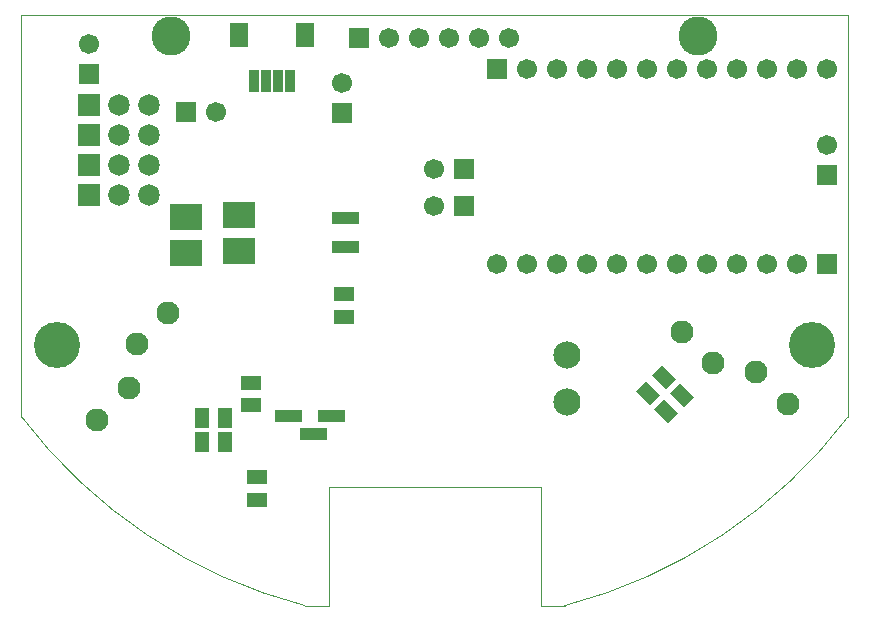
<source format=gbr>
G04 (created by PCBNEW (2013-07-07 BZR 4022)-stable) date 2/19/2015 5:20:46 AM*
%MOIN*%
G04 Gerber Fmt 3.4, Leading zero omitted, Abs format*
%FSLAX34Y34*%
G01*
G70*
G90*
G04 APERTURE LIST*
%ADD10C,0.00590551*%
%ADD11C,0.00393701*%
%ADD12R,0.0469685X0.0669685*%
%ADD13R,0.0669685X0.0469685*%
%ADD14R,0.0669685X0.0669685*%
%ADD15C,0.0669685*%
%ADD16R,0.0319685X0.0419685*%
%ADD17R,0.0719685X0.0719685*%
%ADD18C,0.0719685*%
%ADD19C,0.0906685*%
%ADD20R,0.0355685X0.0729685*%
%ADD21R,0.0591685X0.0827685*%
%ADD22R,0.110369X0.0887685*%
%ADD23C,0.153701*%
%ADD24C,0.130079*%
%ADD25C,0.0769291*%
G04 APERTURE END LIST*
G54D10*
G54D11*
X102367Y-58653D02*
G75*
G02X92910Y-64961I-13785J10425D01*
G74*
G01*
X92913Y-64960D02*
X92125Y-64960D01*
X84251Y-64960D02*
X85039Y-64960D01*
X85039Y-61023D02*
X92125Y-61023D01*
X74797Y-58653D02*
G75*
G03X84255Y-64961I13785J10425D01*
G74*
G01*
X92125Y-61023D02*
X92125Y-64960D01*
X85039Y-61023D02*
X85039Y-64960D01*
X74803Y-58661D02*
X74803Y-45275D01*
X102362Y-45275D02*
X102362Y-58661D01*
X74803Y-45275D02*
X102362Y-45275D01*
G54D12*
X81575Y-58700D03*
X80825Y-58700D03*
G54D13*
X85550Y-55325D03*
X85550Y-54575D03*
X82650Y-60675D03*
X82650Y-61425D03*
X82450Y-58275D03*
X82450Y-57525D03*
G54D10*
G36*
X96144Y-56932D02*
X96617Y-57405D01*
X96285Y-57737D01*
X95812Y-57264D01*
X96144Y-56932D01*
X96144Y-56932D01*
G37*
G36*
X95614Y-57462D02*
X96087Y-57935D01*
X95755Y-58267D01*
X95282Y-57794D01*
X95614Y-57462D01*
X95614Y-57462D01*
G37*
G36*
X96744Y-57532D02*
X97217Y-58005D01*
X96885Y-58337D01*
X96412Y-57864D01*
X96744Y-57532D01*
X96744Y-57532D01*
G37*
G36*
X96214Y-58062D02*
X96687Y-58535D01*
X96355Y-58867D01*
X95882Y-58394D01*
X96214Y-58062D01*
X96214Y-58062D01*
G37*
G54D12*
X81575Y-59500D03*
X80825Y-59500D03*
G54D14*
X86053Y-46025D03*
G54D15*
X87053Y-46025D03*
X88053Y-46025D03*
X89053Y-46025D03*
X90053Y-46025D03*
X91053Y-46025D03*
G54D14*
X101650Y-50600D03*
G54D15*
X101650Y-49600D03*
G54D14*
X85500Y-48550D03*
G54D15*
X85500Y-47550D03*
G54D14*
X80300Y-48500D03*
G54D15*
X81300Y-48500D03*
G54D14*
X77050Y-47250D03*
G54D15*
X77050Y-46250D03*
G54D14*
X90650Y-47071D03*
G54D15*
X91650Y-47071D03*
X92650Y-47071D03*
X93650Y-47071D03*
X94650Y-47071D03*
X95650Y-47071D03*
X96650Y-47071D03*
X97650Y-47071D03*
X98650Y-47071D03*
X99650Y-47071D03*
X100650Y-47071D03*
X101650Y-47071D03*
G54D14*
X101650Y-53571D03*
G54D15*
X100650Y-53571D03*
X99650Y-53571D03*
X98650Y-53571D03*
X97650Y-53571D03*
X96650Y-53571D03*
X95650Y-53571D03*
X94650Y-53571D03*
X93650Y-53571D03*
X92650Y-53571D03*
X91650Y-53571D03*
X90650Y-53571D03*
G54D16*
X85150Y-58650D03*
X84870Y-58650D03*
X85430Y-58650D03*
X83700Y-58650D03*
X83980Y-58650D03*
X83420Y-58650D03*
X84550Y-59250D03*
X84830Y-59250D03*
X84270Y-59250D03*
G54D17*
X77053Y-51275D03*
G54D18*
X78053Y-51275D03*
X79053Y-51275D03*
G54D17*
X77053Y-50275D03*
G54D18*
X78053Y-50275D03*
X79053Y-50275D03*
G54D17*
X77053Y-49275D03*
G54D18*
X78053Y-49275D03*
X79053Y-49275D03*
G54D17*
X77053Y-48275D03*
G54D18*
X78053Y-48275D03*
X79053Y-48275D03*
G54D19*
X92987Y-58187D03*
X92987Y-56612D03*
G54D20*
X82560Y-47471D03*
X82954Y-47471D03*
X83346Y-47471D03*
X83740Y-47471D03*
G54D21*
X82048Y-45946D03*
X84252Y-45946D03*
G54D22*
X80300Y-52000D03*
X80300Y-53200D03*
X82050Y-51950D03*
X82050Y-53150D03*
G54D16*
X85600Y-52050D03*
X85880Y-52050D03*
X85320Y-52050D03*
X85600Y-53000D03*
X85880Y-53000D03*
X85320Y-53000D03*
G54D14*
X89550Y-50400D03*
G54D15*
X88550Y-50400D03*
G54D14*
X89550Y-51650D03*
G54D15*
X88550Y-51650D03*
G54D23*
X76000Y-56275D03*
X101150Y-56275D03*
G54D24*
X97350Y-45975D03*
X79800Y-45975D03*
G54D25*
X78668Y-56249D03*
X79698Y-55219D03*
X78384Y-57696D03*
X77313Y-58768D03*
X97837Y-56884D03*
X96807Y-55854D03*
X99285Y-57168D03*
X100357Y-58239D03*
M02*

</source>
